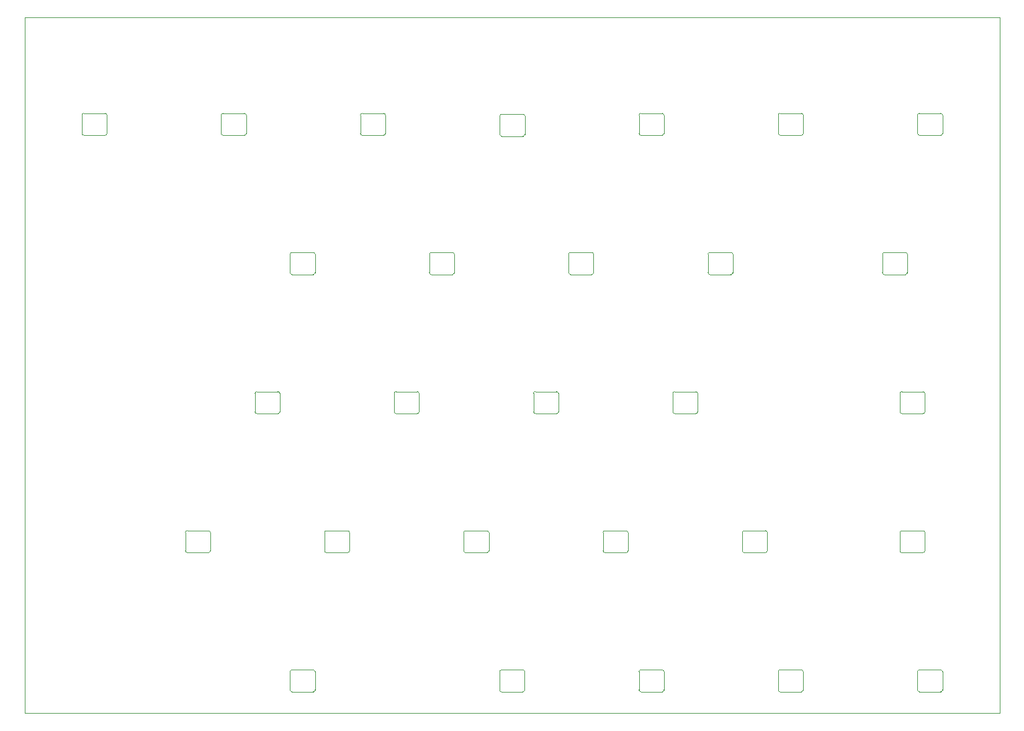
<source format=gbr>
%TF.GenerationSoftware,KiCad,Pcbnew,7.0.7*%
%TF.CreationDate,2024-01-07T23:51:42+01:00*%
%TF.ProjectId,kingslayer-28,6b696e67-736c-4617-9965-722d32382e6b,rev?*%
%TF.SameCoordinates,Original*%
%TF.FileFunction,Profile,NP*%
%FSLAX46Y46*%
G04 Gerber Fmt 4.6, Leading zero omitted, Abs format (unit mm)*
G04 Created by KiCad (PCBNEW 7.0.7) date 2024-01-07 23:51:42*
%MOMM*%
%LPD*%
G01*
G04 APERTURE LIST*
%TA.AperFunction,Profile*%
%ADD10C,0.100000*%
%TD*%
%TA.AperFunction,Profile*%
%ADD11C,0.010000*%
%TD*%
G04 APERTURE END LIST*
D10*
X212552848Y-45300000D02*
X79552848Y-45300000D01*
X79552848Y-45300000D02*
X79552848Y-140300000D01*
X212552848Y-140300000D02*
X212552848Y-45300000D01*
X79552848Y-140300000D02*
X212552848Y-140300000D01*
D11*
%TO.C,D48*%
X144352847Y-137124999D02*
X144352848Y-134625000D01*
X144602847Y-137374999D02*
X147502847Y-137375000D01*
X144602848Y-134375000D02*
X147502848Y-134375001D01*
X147752847Y-137125000D02*
X147752848Y-134625001D01*
X144602848Y-134375000D02*
G75*
G03*
X144352847Y-134624999I0J-250001D01*
G01*
X144352847Y-137124999D02*
G75*
G03*
X144602846Y-137375000I250001J0D01*
G01*
X147752848Y-134625001D02*
G75*
G03*
X147502849Y-134375000I-250000J1D01*
G01*
X147502847Y-137375000D02*
G75*
G03*
X147752848Y-137125001I1J250000D01*
G01*
%TO.C,D55*%
X101452847Y-118124999D02*
X101452848Y-115625000D01*
X101702847Y-118374999D02*
X104602847Y-118375000D01*
X101702848Y-115375000D02*
X104602848Y-115375001D01*
X104852847Y-118125000D02*
X104852848Y-115625001D01*
X101702848Y-115375000D02*
G75*
G03*
X101452847Y-115624999I0J-250001D01*
G01*
X101452847Y-118124999D02*
G75*
G03*
X101702846Y-118375000I250001J0D01*
G01*
X104852848Y-115625001D02*
G75*
G03*
X104602849Y-115375000I-250000J1D01*
G01*
X104602847Y-118375000D02*
G75*
G03*
X104852848Y-118125001I1J250000D01*
G01*
%TO.C,D51*%
X110952847Y-99124999D02*
X110952848Y-96625000D01*
X111202847Y-99374999D02*
X114102847Y-99375000D01*
X111202848Y-96375000D02*
X114102848Y-96375001D01*
X114352847Y-99125000D02*
X114352848Y-96625001D01*
X111202848Y-96375000D02*
G75*
G03*
X110952847Y-96624999I0J-250001D01*
G01*
X110952847Y-99124999D02*
G75*
G03*
X111202846Y-99375000I250001J0D01*
G01*
X114352848Y-96625001D02*
G75*
G03*
X114102849Y-96375000I-250000J1D01*
G01*
X114102847Y-99375000D02*
G75*
G03*
X114352848Y-99125001I1J250000D01*
G01*
%TO.C,D49*%
X125352847Y-61124999D02*
X125352848Y-58625000D01*
X125602847Y-61374999D02*
X128502847Y-61375000D01*
X125602848Y-58375000D02*
X128502848Y-58375001D01*
X128752847Y-61125000D02*
X128752848Y-58625001D01*
X125602848Y-58375000D02*
G75*
G03*
X125352847Y-58624999I0J-250001D01*
G01*
X125352847Y-61124999D02*
G75*
G03*
X125602846Y-61375000I250001J0D01*
G01*
X128752848Y-58625001D02*
G75*
G03*
X128502849Y-58375000I-250000J1D01*
G01*
X128502847Y-61375000D02*
G75*
G03*
X128752848Y-61125001I1J250000D01*
G01*
%TO.C,D44*%
X144371847Y-61244799D02*
X144371848Y-58744800D01*
X144621847Y-61494799D02*
X147521847Y-61494800D01*
X144621848Y-58494800D02*
X147521848Y-58494801D01*
X147771847Y-61244800D02*
X147771848Y-58744801D01*
X144621848Y-58494800D02*
G75*
G03*
X144371847Y-58744799I0J-250001D01*
G01*
X144371847Y-61244799D02*
G75*
G03*
X144621846Y-61494800I250001J0D01*
G01*
X147771848Y-58744801D02*
G75*
G03*
X147521849Y-58494800I-250000J1D01*
G01*
X147521847Y-61494800D02*
G75*
G03*
X147771848Y-61244801I1J250000D01*
G01*
%TO.C,D37*%
X177452847Y-118124999D02*
X177452848Y-115625000D01*
X177702847Y-118374999D02*
X180602847Y-118375000D01*
X177702848Y-115375000D02*
X180602848Y-115375001D01*
X180852847Y-118125000D02*
X180852848Y-115625001D01*
X177702848Y-115375000D02*
G75*
G03*
X177452847Y-115624999I0J-250001D01*
G01*
X177452847Y-118124999D02*
G75*
G03*
X177702846Y-118375000I250001J0D01*
G01*
X180852848Y-115625001D02*
G75*
G03*
X180602849Y-115375000I-250000J1D01*
G01*
X180602847Y-118375000D02*
G75*
G03*
X180852848Y-118125001I1J250000D01*
G01*
%TO.C,D36*%
X167952847Y-99124999D02*
X167952848Y-96625000D01*
X168202847Y-99374999D02*
X171102847Y-99375000D01*
X168202848Y-96375000D02*
X171102848Y-96375001D01*
X171352847Y-99125000D02*
X171352848Y-96625001D01*
X168202848Y-96375000D02*
G75*
G03*
X167952847Y-96624999I0J-250001D01*
G01*
X167952847Y-99124999D02*
G75*
G03*
X168202846Y-99375000I250001J0D01*
G01*
X171352848Y-96625001D02*
G75*
G03*
X171102849Y-96375000I-250000J1D01*
G01*
X171102847Y-99375000D02*
G75*
G03*
X171352848Y-99125001I1J250000D01*
G01*
%TO.C,D46*%
X129952847Y-99124999D02*
X129952848Y-96625000D01*
X130202847Y-99374999D02*
X133102847Y-99375000D01*
X130202848Y-96375000D02*
X133102848Y-96375001D01*
X133352847Y-99125000D02*
X133352848Y-96625001D01*
X130202848Y-96375000D02*
G75*
G03*
X129952847Y-96624999I0J-250001D01*
G01*
X129952847Y-99124999D02*
G75*
G03*
X130202846Y-99375000I250001J0D01*
G01*
X133352848Y-96625001D02*
G75*
G03*
X133102849Y-96375000I-250000J1D01*
G01*
X133102847Y-99375000D02*
G75*
G03*
X133352848Y-99125001I1J250000D01*
G01*
%TO.C,D50*%
X115752847Y-80124999D02*
X115752848Y-77625000D01*
X116002847Y-80374999D02*
X118902847Y-80375000D01*
X116002848Y-77375000D02*
X118902848Y-77375001D01*
X119152847Y-80125000D02*
X119152848Y-77625001D01*
X116002848Y-77375000D02*
G75*
G03*
X115752847Y-77624999I0J-250001D01*
G01*
X115752847Y-80124999D02*
G75*
G03*
X116002846Y-80375000I250001J0D01*
G01*
X119152848Y-77625001D02*
G75*
G03*
X118902849Y-77375000I-250000J1D01*
G01*
X118902847Y-80375000D02*
G75*
G03*
X119152848Y-80125001I1J250000D01*
G01*
%TO.C,D54*%
X106352847Y-61124999D02*
X106352848Y-58625000D01*
X106602847Y-61374999D02*
X109502847Y-61375000D01*
X106602848Y-58375000D02*
X109502848Y-58375001D01*
X109752847Y-61125000D02*
X109752848Y-58625001D01*
X106602848Y-58375000D02*
G75*
G03*
X106352847Y-58624999I0J-250001D01*
G01*
X106352847Y-61124999D02*
G75*
G03*
X106602846Y-61375000I250001J0D01*
G01*
X109752848Y-58625001D02*
G75*
G03*
X109502849Y-58375000I-250000J1D01*
G01*
X109502847Y-61375000D02*
G75*
G03*
X109752848Y-61125001I1J250000D01*
G01*
%TO.C,D45*%
X134752847Y-80124999D02*
X134752848Y-77625000D01*
X135002847Y-80374999D02*
X137902847Y-80375000D01*
X135002848Y-77375000D02*
X137902848Y-77375001D01*
X138152847Y-80125000D02*
X138152848Y-77625001D01*
X135002848Y-77375000D02*
G75*
G03*
X134752847Y-77624999I0J-250001D01*
G01*
X134752847Y-80124999D02*
G75*
G03*
X135002846Y-80375000I250001J0D01*
G01*
X138152848Y-77625001D02*
G75*
G03*
X137902849Y-77375000I-250000J1D01*
G01*
X137902847Y-80375000D02*
G75*
G03*
X138152848Y-80125001I1J250000D01*
G01*
%TO.C,D38*%
X182352847Y-137124999D02*
X182352848Y-134625000D01*
X182602847Y-137374999D02*
X185502847Y-137375000D01*
X182602848Y-134375000D02*
X185502848Y-134375001D01*
X185752847Y-137125000D02*
X185752848Y-134625001D01*
X182602848Y-134375000D02*
G75*
G03*
X182352847Y-134624999I0J-250001D01*
G01*
X182352847Y-137124999D02*
G75*
G03*
X182602846Y-137375000I250001J0D01*
G01*
X185752848Y-134625001D02*
G75*
G03*
X185502849Y-134375000I-250000J1D01*
G01*
X185502847Y-137375000D02*
G75*
G03*
X185752848Y-137125001I1J250000D01*
G01*
%TO.C,D29*%
X201352847Y-61124999D02*
X201352848Y-58625000D01*
X201602847Y-61374999D02*
X204502847Y-61375000D01*
X201602848Y-58375000D02*
X204502848Y-58375001D01*
X204752847Y-61125000D02*
X204752848Y-58625001D01*
X201602848Y-58375000D02*
G75*
G03*
X201352847Y-58624999I0J-250001D01*
G01*
X201352847Y-61124999D02*
G75*
G03*
X201602846Y-61375000I250001J0D01*
G01*
X204752848Y-58625001D02*
G75*
G03*
X204502849Y-58375000I-250000J1D01*
G01*
X204502847Y-61375000D02*
G75*
G03*
X204752848Y-61125001I1J250000D01*
G01*
%TO.C,D53*%
X115752847Y-137124999D02*
X115752848Y-134625000D01*
X116002847Y-137374999D02*
X118902847Y-137375000D01*
X116002848Y-134375000D02*
X118902848Y-134375001D01*
X119152847Y-137125000D02*
X119152848Y-134625001D01*
X116002848Y-134375000D02*
G75*
G03*
X115752847Y-134624999I0J-250001D01*
G01*
X115752847Y-137124999D02*
G75*
G03*
X116002846Y-137375000I250001J0D01*
G01*
X119152848Y-134625001D02*
G75*
G03*
X118902849Y-134375000I-250000J1D01*
G01*
X118902847Y-137375000D02*
G75*
G03*
X119152848Y-137125001I1J250000D01*
G01*
%TO.C,D34*%
X182352847Y-61124999D02*
X182352848Y-58625000D01*
X182602847Y-61374999D02*
X185502847Y-61375000D01*
X182602848Y-58375000D02*
X185502848Y-58375001D01*
X185752847Y-61125000D02*
X185752848Y-58625001D01*
X182602848Y-58375000D02*
G75*
G03*
X182352847Y-58624999I0J-250001D01*
G01*
X182352847Y-61124999D02*
G75*
G03*
X182602846Y-61375000I250001J0D01*
G01*
X185752848Y-58625001D02*
G75*
G03*
X185502849Y-58375000I-250000J1D01*
G01*
X185502847Y-61375000D02*
G75*
G03*
X185752848Y-61125001I1J250000D01*
G01*
%TO.C,D40*%
X153752847Y-80124999D02*
X153752848Y-77625000D01*
X154002847Y-80374999D02*
X156902847Y-80375000D01*
X154002848Y-77375000D02*
X156902848Y-77375001D01*
X157152847Y-80125000D02*
X157152848Y-77625001D01*
X154002848Y-77375000D02*
G75*
G03*
X153752847Y-77624999I0J-250001D01*
G01*
X153752847Y-80124999D02*
G75*
G03*
X154002846Y-80375000I250001J0D01*
G01*
X157152848Y-77625001D02*
G75*
G03*
X156902849Y-77375000I-250000J1D01*
G01*
X156902847Y-80375000D02*
G75*
G03*
X157152848Y-80125001I1J250000D01*
G01*
%TO.C,D41*%
X148952847Y-99124999D02*
X148952848Y-96625000D01*
X149202847Y-99374999D02*
X152102847Y-99375000D01*
X149202848Y-96375000D02*
X152102848Y-96375001D01*
X152352847Y-99125000D02*
X152352848Y-96625001D01*
X149202848Y-96375000D02*
G75*
G03*
X148952847Y-96624999I0J-250001D01*
G01*
X148952847Y-99124999D02*
G75*
G03*
X149202846Y-99375000I250001J0D01*
G01*
X152352848Y-96625001D02*
G75*
G03*
X152102849Y-96375000I-250000J1D01*
G01*
X152102847Y-99375000D02*
G75*
G03*
X152352848Y-99125001I1J250000D01*
G01*
%TO.C,D32*%
X198952847Y-118124999D02*
X198952848Y-115625000D01*
X199202847Y-118374999D02*
X202102847Y-118375000D01*
X199202848Y-115375000D02*
X202102848Y-115375001D01*
X202352847Y-118125000D02*
X202352848Y-115625001D01*
X199202848Y-115375000D02*
G75*
G03*
X198952847Y-115624999I0J-250001D01*
G01*
X198952847Y-118124999D02*
G75*
G03*
X199202846Y-118375000I250001J0D01*
G01*
X202352848Y-115625001D02*
G75*
G03*
X202102849Y-115375000I-250000J1D01*
G01*
X202102847Y-118375000D02*
G75*
G03*
X202352848Y-118125001I1J250000D01*
G01*
%TO.C,D30*%
X196552847Y-80124999D02*
X196552848Y-77625000D01*
X196802847Y-80374999D02*
X199702847Y-80375000D01*
X196802848Y-77375000D02*
X199702848Y-77375001D01*
X199952847Y-80125000D02*
X199952848Y-77625001D01*
X196802848Y-77375000D02*
G75*
G03*
X196552847Y-77624999I0J-250001D01*
G01*
X196552847Y-80124999D02*
G75*
G03*
X196802846Y-80375000I250001J0D01*
G01*
X199952848Y-77625001D02*
G75*
G03*
X199702849Y-77375000I-250000J1D01*
G01*
X199702847Y-80375000D02*
G75*
G03*
X199952848Y-80125001I1J250000D01*
G01*
%TO.C,D43*%
X163352847Y-137124999D02*
X163352848Y-134625000D01*
X163602847Y-137374999D02*
X166502847Y-137375000D01*
X163602848Y-134375000D02*
X166502848Y-134375001D01*
X166752847Y-137125000D02*
X166752848Y-134625001D01*
X163602848Y-134375000D02*
G75*
G03*
X163352847Y-134624999I0J-250001D01*
G01*
X163352847Y-137124999D02*
G75*
G03*
X163602846Y-137375000I250001J0D01*
G01*
X166752848Y-134625001D02*
G75*
G03*
X166502849Y-134375000I-250000J1D01*
G01*
X166502847Y-137375000D02*
G75*
G03*
X166752848Y-137125001I1J250000D01*
G01*
%TO.C,D47*%
X139452847Y-118124999D02*
X139452848Y-115625000D01*
X139702847Y-118374999D02*
X142602847Y-118375000D01*
X139702848Y-115375000D02*
X142602848Y-115375001D01*
X142852847Y-118125000D02*
X142852848Y-115625001D01*
X139702848Y-115375000D02*
G75*
G03*
X139452847Y-115624999I0J-250001D01*
G01*
X139452847Y-118124999D02*
G75*
G03*
X139702846Y-118375000I250001J0D01*
G01*
X142852848Y-115625001D02*
G75*
G03*
X142602849Y-115375000I-250000J1D01*
G01*
X142602847Y-118375000D02*
G75*
G03*
X142852848Y-118125001I1J250000D01*
G01*
%TO.C,D52*%
X120452847Y-118124999D02*
X120452848Y-115625000D01*
X120702847Y-118374999D02*
X123602847Y-118375000D01*
X120702848Y-115375000D02*
X123602848Y-115375001D01*
X123852847Y-118125000D02*
X123852848Y-115625001D01*
X120702848Y-115375000D02*
G75*
G03*
X120452847Y-115624999I0J-250001D01*
G01*
X120452847Y-118124999D02*
G75*
G03*
X120702846Y-118375000I250001J0D01*
G01*
X123852848Y-115625001D02*
G75*
G03*
X123602849Y-115375000I-250000J1D01*
G01*
X123602847Y-118375000D02*
G75*
G03*
X123852848Y-118125001I1J250000D01*
G01*
%TO.C,D33*%
X201352847Y-137124999D02*
X201352848Y-134625000D01*
X201602847Y-137374999D02*
X204502847Y-137375000D01*
X201602848Y-134375000D02*
X204502848Y-134375001D01*
X204752847Y-137125000D02*
X204752848Y-134625001D01*
X201602848Y-134375000D02*
G75*
G03*
X201352847Y-134624999I0J-250001D01*
G01*
X201352847Y-137124999D02*
G75*
G03*
X201602846Y-137375000I250001J0D01*
G01*
X204752848Y-134625001D02*
G75*
G03*
X204502849Y-134375000I-250000J1D01*
G01*
X204502847Y-137375000D02*
G75*
G03*
X204752848Y-137125001I1J250000D01*
G01*
%TO.C,D56*%
X87352847Y-61124999D02*
X87352848Y-58625000D01*
X87602847Y-61374999D02*
X90502847Y-61375000D01*
X87602848Y-58375000D02*
X90502848Y-58375001D01*
X90752847Y-61125000D02*
X90752848Y-58625001D01*
X87602848Y-58375000D02*
G75*
G03*
X87352847Y-58624999I0J-250001D01*
G01*
X87352847Y-61124999D02*
G75*
G03*
X87602846Y-61375000I250001J0D01*
G01*
X90752848Y-58625001D02*
G75*
G03*
X90502849Y-58375000I-250000J1D01*
G01*
X90502847Y-61375000D02*
G75*
G03*
X90752848Y-61125001I1J250000D01*
G01*
%TO.C,D35*%
X172752847Y-80124999D02*
X172752848Y-77625000D01*
X173002847Y-80374999D02*
X175902847Y-80375000D01*
X173002848Y-77375000D02*
X175902848Y-77375001D01*
X176152847Y-80125000D02*
X176152848Y-77625001D01*
X173002848Y-77375000D02*
G75*
G03*
X172752847Y-77624999I0J-250001D01*
G01*
X172752847Y-80124999D02*
G75*
G03*
X173002846Y-80375000I250001J0D01*
G01*
X176152848Y-77625001D02*
G75*
G03*
X175902849Y-77375000I-250000J1D01*
G01*
X175902847Y-80375000D02*
G75*
G03*
X176152848Y-80125001I1J250000D01*
G01*
%TO.C,D31*%
X198952847Y-99124999D02*
X198952848Y-96625000D01*
X199202847Y-99374999D02*
X202102847Y-99375000D01*
X199202848Y-96375000D02*
X202102848Y-96375001D01*
X202352847Y-99125000D02*
X202352848Y-96625001D01*
X199202848Y-96375000D02*
G75*
G03*
X198952847Y-96624999I0J-250001D01*
G01*
X198952847Y-99124999D02*
G75*
G03*
X199202846Y-99375000I250001J0D01*
G01*
X202352848Y-96625001D02*
G75*
G03*
X202102849Y-96375000I-250000J1D01*
G01*
X202102847Y-99375000D02*
G75*
G03*
X202352848Y-99125001I1J250000D01*
G01*
%TO.C,D39*%
X163352847Y-61124999D02*
X163352848Y-58625000D01*
X163602847Y-61374999D02*
X166502847Y-61375000D01*
X163602848Y-58375000D02*
X166502848Y-58375001D01*
X166752847Y-61125000D02*
X166752848Y-58625001D01*
X163602848Y-58375000D02*
G75*
G03*
X163352847Y-58624999I0J-250001D01*
G01*
X163352847Y-61124999D02*
G75*
G03*
X163602846Y-61375000I250001J0D01*
G01*
X166752848Y-58625001D02*
G75*
G03*
X166502849Y-58375000I-250000J1D01*
G01*
X166502847Y-61375000D02*
G75*
G03*
X166752848Y-61125001I1J250000D01*
G01*
%TO.C,D42*%
X158452847Y-118124999D02*
X158452848Y-115625000D01*
X158702847Y-118374999D02*
X161602847Y-118375000D01*
X158702848Y-115375000D02*
X161602848Y-115375001D01*
X161852847Y-118125000D02*
X161852848Y-115625001D01*
X158702848Y-115375000D02*
G75*
G03*
X158452847Y-115624999I0J-250001D01*
G01*
X158452847Y-118124999D02*
G75*
G03*
X158702846Y-118375000I250001J0D01*
G01*
X161852848Y-115625001D02*
G75*
G03*
X161602849Y-115375000I-250000J1D01*
G01*
X161602847Y-118375000D02*
G75*
G03*
X161852848Y-118125001I1J250000D01*
G01*
%TD*%
M02*

</source>
